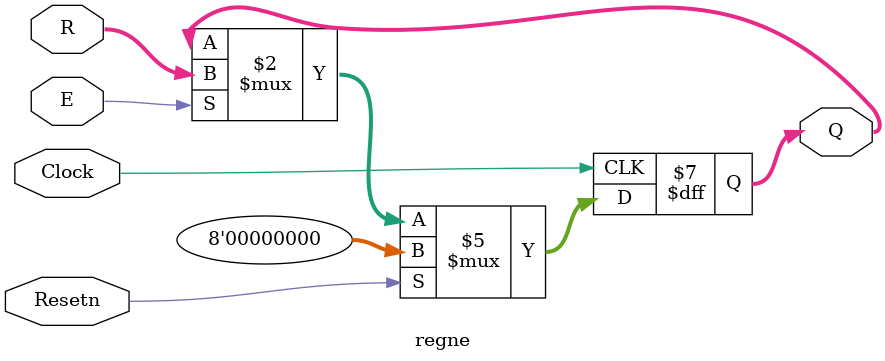
<source format=sv>
module regne #(parameter n = 8)
				  (R, Clock, Resetn, E, Q);
	input logic [n-1:0] R;
	input logic Clock, Resetn, E;
	output logic [n-1:0] Q;

	always @(posedge Clock) begin
		if (Resetn)
			Q <= 0;
		else if (E)
			Q <= R;	
	end

endmodule


</source>
